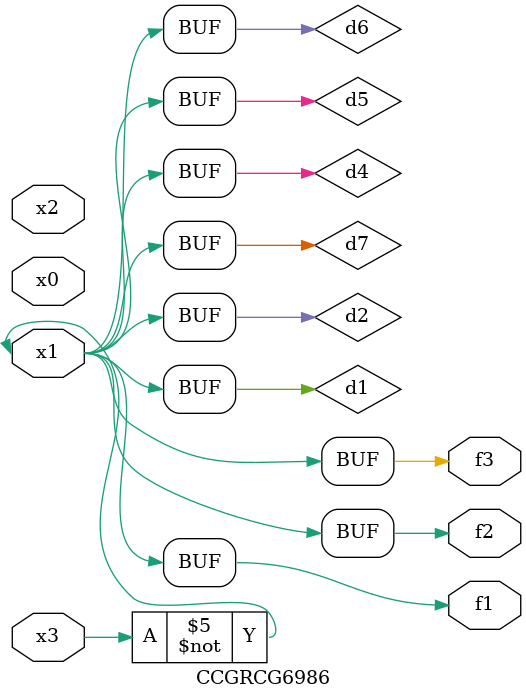
<source format=v>
module CCGRCG6986(
	input x0, x1, x2, x3,
	output f1, f2, f3
);

	wire d1, d2, d3, d4, d5, d6, d7;

	not (d1, x3);
	buf (d2, x1);
	xnor (d3, d1, d2);
	nor (d4, d1);
	buf (d5, d1, d2);
	buf (d6, d4, d5);
	nand (d7, d4);
	assign f1 = d6;
	assign f2 = d7;
	assign f3 = d6;
endmodule

</source>
